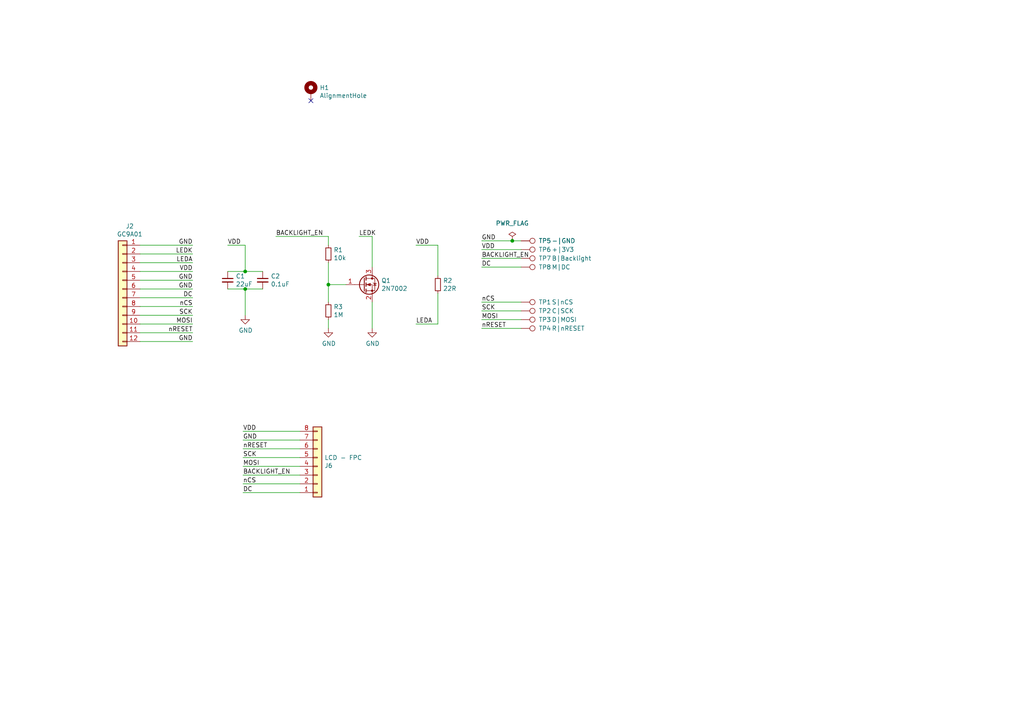
<source format=kicad_sch>
(kicad_sch (version 20230121) (generator eeschema)
  (paper "A4")
  (title_block (rev "${RELEASE_VERSION}") (comment 2 "${COMMIT_DATE_LONG}") (comment 3 "${COMMIT_HASH}"))
  (lib_symbols
    (symbol "Connector:TestPoint" (pin_numbers hide) (pin_names (offset 0.762) hide)
      (property "Reference" "TP" (at 0 6.858 0))
      (property "Value" "TestPoint" (at 0 5.08 0))
      (symbol "TestPoint_0_1"
        (circle (center 0 3.302) (radius 0.762))
      )
      (symbol "TestPoint_1_1"
        (pin passive line (at 0 0 90) (length 2.54) (name "1") (number "1"))
      )
    )
    (symbol "Connector_Generic:Conn_01x08" (pin_names (offset 1.016) hide)
      (property "Reference" "J" (at 0 10.16 0))
      (property "Value" "Conn_01x08" (at 0 -12.7 0))
      (symbol "Conn_01x08_1_1"
        (rectangle (start -1.27 -10.033) (end 0 -10.287) (stroke (width 0.1524)))
        (rectangle (start -1.27 -7.493) (end 0 -7.747) (stroke (width 0.1524)))
        (rectangle (start -1.27 -4.953) (end 0 -5.207) (stroke (width 0.1524)))
        (rectangle (start -1.27 -2.413) (end 0 -2.667) (stroke (width 0.1524)))
        (rectangle (start -1.27 0.127) (end 0 -0.127) (stroke (width 0.1524)))
        (rectangle (start -1.27 2.667) (end 0 2.413) (stroke (width 0.1524)))
        (rectangle (start -1.27 5.207) (end 0 4.953) (stroke (width 0.1524)))
        (rectangle (start -1.27 7.747) (end 0 7.493) (stroke (width 0.1524)))
        (rectangle (start -1.27 8.89) (end 1.27 -11.43) (stroke (width 0.254)) (fill (type background)))
        (pin passive line (at -5.08 7.62 0) (length 3.81) (name "Pin_1") (number "1"))
        (pin passive line (at -5.08 5.08 0) (length 3.81) (name "Pin_2") (number "2"))
        (pin passive line (at -5.08 2.54 0) (length 3.81) (name "Pin_3") (number "3"))
        (pin passive line (at -5.08 0 0) (length 3.81) (name "Pin_4") (number "4"))
        (pin passive line (at -5.08 -2.54 0) (length 3.81) (name "Pin_5") (number "5"))
        (pin passive line (at -5.08 -5.08 0) (length 3.81) (name "Pin_6") (number "6"))
        (pin passive line (at -5.08 -7.62 0) (length 3.81) (name "Pin_7") (number "7"))
        (pin passive line (at -5.08 -10.16 0) (length 3.81) (name "Pin_8") (number "8"))
      )
    )
    (symbol "Connector_Generic:Conn_01x12" (pin_names (offset 1.016) hide)
      (property "Reference" "J" (at 0 15.24 0))
      (property "Value" "Conn_01x12" (at 0 -17.78 0))
      (symbol "Conn_01x12_1_1"
        (rectangle (start -1.27 -15.113) (end 0 -15.367) (stroke (width 0.1524)))
        (rectangle (start -1.27 -12.573) (end 0 -12.827) (stroke (width 0.1524)))
        (rectangle (start -1.27 -10.033) (end 0 -10.287) (stroke (width 0.1524)))
        (rectangle (start -1.27 -7.493) (end 0 -7.747) (stroke (width 0.1524)))
        (rectangle (start -1.27 -4.953) (end 0 -5.207) (stroke (width 0.1524)))
        (rectangle (start -1.27 -2.413) (end 0 -2.667) (stroke (width 0.1524)))
        (rectangle (start -1.27 0.127) (end 0 -0.127) (stroke (width 0.1524)))
        (rectangle (start -1.27 2.667) (end 0 2.413) (stroke (width 0.1524)))
        (rectangle (start -1.27 5.207) (end 0 4.953) (stroke (width 0.1524)))
        (rectangle (start -1.27 7.747) (end 0 7.493) (stroke (width 0.1524)))
        (rectangle (start -1.27 10.287) (end 0 10.033) (stroke (width 0.1524)))
        (rectangle (start -1.27 12.827) (end 0 12.573) (stroke (width 0.1524)))
        (rectangle (start -1.27 13.97) (end 1.27 -16.51) (stroke (width 0.254)) (fill (type background)))
        (pin passive line (at -5.08 12.7 0) (length 3.81) (name "Pin_1") (number "1"))
        (pin passive line (at -5.08 -10.16 0) (length 3.81) (name "Pin_10") (number "10"))
        (pin passive line (at -5.08 -12.7 0) (length 3.81) (name "Pin_11") (number "11"))
        (pin passive line (at -5.08 -15.24 0) (length 3.81) (name "Pin_12") (number "12"))
        (pin passive line (at -5.08 10.16 0) (length 3.81) (name "Pin_2") (number "2"))
        (pin passive line (at -5.08 7.62 0) (length 3.81) (name "Pin_3") (number "3"))
        (pin passive line (at -5.08 5.08 0) (length 3.81) (name "Pin_4") (number "4"))
        (pin passive line (at -5.08 2.54 0) (length 3.81) (name "Pin_5") (number "5"))
        (pin passive line (at -5.08 0 0) (length 3.81) (name "Pin_6") (number "6"))
        (pin passive line (at -5.08 -2.54 0) (length 3.81) (name "Pin_7") (number "7"))
        (pin passive line (at -5.08 -5.08 0) (length 3.81) (name "Pin_8") (number "8"))
        (pin passive line (at -5.08 -7.62 0) (length 3.81) (name "Pin_9") (number "9"))
      )
    )
    (symbol "Device:C_Small" (pin_numbers hide) (pin_names (offset 0.254) hide)
      (property "Reference" "C" (at 0.254 1.778 0))
      (property "Value" "C_Small" (at 0.254 -2.032 0))
      (symbol "C_Small_0_1"
        (polyline (pts (xy -1.524 -0.508) (xy 1.524 -0.508)) (stroke (width 0.3302)))
        (polyline (pts (xy -1.524 0.508) (xy 1.524 0.508)) (stroke (width 0.3048)))
      )
      (symbol "C_Small_1_1"
        (pin passive line (at 0 2.54 270) (length 2.032) (name "~") (number "1"))
        (pin passive line (at 0 -2.54 90) (length 2.032) (name "~") (number "2"))
      )
    )
    (symbol "Device:R_Small" (pin_numbers hide) (pin_names (offset 0.254) hide)
      (property "Reference" "R" (at 0.762 0.508 0))
      (property "Value" "R_Small" (at 0.762 -1.016 0))
      (symbol "R_Small_0_1"
        (rectangle (start -0.762 1.778) (end 0.762 -1.778) (stroke (width 0.2032)))
      )
      (symbol "R_Small_1_1"
        (pin passive line (at 0 2.54 270) (length 0.762) (name "~") (number "1"))
        (pin passive line (at 0 -2.54 90) (length 0.762) (name "~") (number "2"))
      )
    )
    (symbol "Mechanical:MountingHole_Pad" (pin_numbers hide) (pin_names (offset 1.016) hide)
      (property "Reference" "H" (at 0 6.35 0))
      (property "Value" "MountingHole_Pad" (at 0 4.445 0))
      (symbol "MountingHole_Pad_0_1"
        (circle (center 0 1.27) (radius 1.27) (stroke (width 1.27)))
      )
      (symbol "MountingHole_Pad_1_1"
        (pin input line (at 0 -2.54 90) (length 2.54) (name "1") (number "1"))
      )
    )
    (symbol "Transistor_FET:2N7002" (pin_names hide)
      (property "Reference" "Q" (at 5.08 1.905 0))
      (property "Value" "2N7002" (at 5.08 0 0))
      (symbol "2N7002_0_1"
        (polyline (pts (xy 0.254 0) (xy -2.54 0)))
        (polyline (pts (xy 0.254 1.905) (xy 0.254 -1.905)) (stroke (width 0.254)))
        (polyline (pts (xy 0.762 -1.27) (xy 0.762 -2.286)) (stroke (width 0.254)))
        (polyline (pts (xy 0.762 0.508) (xy 0.762 -0.508)) (stroke (width 0.254)))
        (polyline (pts (xy 0.762 2.286) (xy 0.762 1.27)) (stroke (width 0.254)))
        (polyline (pts (xy 2.54 2.54) (xy 2.54 1.778)))
        (polyline (pts (xy 2.54 -2.54) (xy 2.54 0) (xy 0.762 0)))
        (polyline (pts (xy 0.762 -1.778) (xy 3.302 -1.778) (xy 3.302 1.778) (xy 0.762 1.778)))
        (polyline (pts (xy 1.016 0) (xy 2.032 0.381) (xy 2.032 -0.381) (xy 1.016 0)) (fill (type outline)))
        (polyline (pts (xy 2.794 0.508) (xy 2.921 0.381) (xy 3.683 0.381) (xy 3.81 0.254)))
        (polyline (pts (xy 3.302 0.381) (xy 2.921 -0.254) (xy 3.683 -0.254) (xy 3.302 0.381)))
        (circle (center 1.651 0) (radius 2.794) (stroke (width 0.254)))
        (circle (center 2.54 -1.778) (radius 0.254) (fill (type outline)))
        (circle (center 2.54 1.778) (radius 0.254) (fill (type outline)))
      )
      (symbol "2N7002_1_1"
        (pin input line (at -5.08 0 0) (length 2.54) (name "G") (number "1"))
        (pin passive line (at 2.54 -5.08 90) (length 2.54) (name "S") (number "2"))
        (pin passive line (at 2.54 5.08 270) (length 2.54) (name "D") (number "3"))
      )
    )
    (symbol "power:GND" (power) (pin_names (offset 0))
      (property "Value" "GND" (at 0 -3.81 0))
      (symbol "GND_0_1"
        (polyline (pts (xy 0 0) (xy 0 -1.27) (xy 1.27 -1.27) (xy 0 -2.54) (xy -1.27 -1.27) (xy 0 -1.27)))
      )
      (symbol "GND_1_1"
        (pin power_in line (at 0 0 270) (length 0) hide (name "GND") (number "1"))
      )
    )
    (symbol "power:PWR_FLAG" (power) (pin_numbers hide) (pin_names (offset 0) hide)
      (property "Value" "PWR_FLAG" (at 0 3.81 0))
      (symbol "PWR_FLAG_0_0"
        (pin power_out line (at 0 0 90) (length 0) (name "pwr") (number "1"))
      )
      (symbol "PWR_FLAG_0_1"
        (polyline (pts (xy 0 0) (xy 0 1.27) (xy -1.016 1.905) (xy 0 2.54) (xy 1.016 1.905) (xy 0 1.27)))
      )
    )
  )
  (junction (at 71.12 78.74))
  (junction (at 95.25 82.55))
  (junction (at 71.12 83.82))
  (junction (at 148.59 69.85))
  (no_connect (at 90.17 29.21))
  (wire (pts (xy 151.13 92.71) (xy 139.7 92.71)))
  (wire (pts (xy 71.12 83.82) (xy 66.04 83.82)))
  (wire (pts (xy 151.13 72.39) (xy 139.7 72.39)))
  (wire (pts (xy 70.485 142.875) (xy 86.995 142.875)))
  (wire (pts (xy 66.04 78.74) (xy 71.12 78.74)))
  (wire (pts (xy 40.64 71.12) (xy 55.88 71.12)))
  (wire (pts (xy 71.12 83.82) (xy 71.12 91.44)))
  (wire (pts (xy 40.64 91.44) (xy 55.88 91.44)))
  (wire (pts (xy 40.64 93.98) (xy 55.88 93.98)))
  (wire (pts (xy 151.13 90.17) (xy 139.7 90.17)))
  (wire (pts (xy 71.12 78.74) (xy 71.12 71.12)))
  (wire (pts (xy 151.13 74.93) (xy 139.7 74.93)))
  (wire (pts (xy 86.995 140.335) (xy 70.485 140.335)))
  (wire (pts (xy 148.59 69.85) (xy 139.7 69.85)))
  (wire (pts (xy 86.995 130.175) (xy 70.485 130.175)))
  (wire (pts (xy 95.25 68.58) (xy 95.25 71.12)))
  (wire (pts (xy 151.13 95.25) (xy 139.7 95.25)))
  (wire (pts (xy 151.13 87.63) (xy 139.7 87.63)))
  (wire (pts (xy 40.64 73.66) (xy 55.88 73.66)))
  (wire (pts (xy 100.33 82.55) (xy 95.25 82.55)))
  (wire (pts (xy 40.64 78.74) (xy 55.88 78.74)))
  (wire (pts (xy 71.12 78.74) (xy 76.2 78.74)))
  (wire (pts (xy 151.13 69.85) (xy 148.59 69.85)))
  (wire (pts (xy 70.485 125.095) (xy 86.995 125.095)))
  (wire (pts (xy 40.64 83.82) (xy 55.88 83.82)))
  (wire (pts (xy 40.64 86.36) (xy 55.88 86.36)))
  (wire (pts (xy 40.64 96.52) (xy 55.88 96.52)))
  (wire (pts (xy 127 80.01) (xy 127 71.12)))
  (wire (pts (xy 95.25 76.2) (xy 95.25 82.55)))
  (wire (pts (xy 70.485 127.635) (xy 86.995 127.635)))
  (wire (pts (xy 151.13 77.47) (xy 139.7 77.47)))
  (wire (pts (xy 71.12 71.12) (xy 66.04 71.12)))
  (wire (pts (xy 127 93.98) (xy 127 85.09)))
  (wire (pts (xy 76.2 83.82) (xy 71.12 83.82)))
  (wire (pts (xy 95.25 82.55) (xy 95.25 87.63)))
  (wire (pts (xy 80.01 68.58) (xy 95.25 68.58)))
  (wire (pts (xy 107.95 68.58) (xy 104.14 68.58)))
  (wire (pts (xy 40.64 99.06) (xy 55.88 99.06)))
  (wire (pts (xy 40.64 81.28) (xy 55.88 81.28)))
  (wire (pts (xy 70.485 137.795) (xy 86.995 137.795)))
  (wire (pts (xy 107.95 87.63) (xy 107.95 95.25)))
  (wire (pts (xy 107.95 77.47) (xy 107.95 68.58)))
  (wire (pts (xy 120.65 93.98) (xy 127 93.98)))
  (wire (pts (xy 86.995 135.255) (xy 70.485 135.255)))
  (wire (pts (xy 95.25 95.25) (xy 95.25 92.71)))
  (wire (pts (xy 70.485 132.715) (xy 86.995 132.715)))
  (wire (pts (xy 40.64 88.9) (xy 55.88 88.9)))
  (wire (pts (xy 127 71.12) (xy 120.65 71.12)))
  (wire (pts (xy 40.64 76.2) (xy 55.88 76.2)))
  (label "BACKLIGHT_EN" (at 80.01 68.58 0))
  (label "MOSI" (at 139.7 92.71 0))
  (label "GND" (at 55.88 81.28 180))
  (label "VDD" (at 139.7 72.39 0))
  (label "VDD" (at 120.65 71.12 0))
  (label "DC" (at 55.88 86.36 180))
  (label "nRESET" (at 55.88 96.52 180))
  (label "LEDK" (at 104.14 68.58 0))
  (label "nCS" (at 70.485 140.335 0))
  (label "DC" (at 139.7 77.47 0))
  (label "LEDA" (at 55.88 76.2 180))
  (label "GND" (at 55.88 99.06 180))
  (label "MOSI" (at 55.88 93.98 180))
  (label "SCK" (at 70.485 132.715 0))
  (label "VDD" (at 66.04 71.12 0))
  (label "GND" (at 55.88 83.82 180))
  (label "GND" (at 139.7 69.85 0))
  (label "BACKLIGHT_EN" (at 139.7 74.93 0))
  (label "BACKLIGHT_EN" (at 70.485 137.795 0))
  (label "nCS" (at 139.7 87.63 0))
  (label "LEDK" (at 55.88 73.66 180))
  (label "SCK" (at 55.88 91.44 180))
  (label "VDD" (at 70.485 125.095 0))
  (label "GND" (at 70.485 127.635 0))
  (label "VDD" (at 55.88 78.74 180))
  (label "DC" (at 70.485 142.875 0))
  (label "MOSI" (at 70.485 135.255 0))
  (label "LEDA" (at 120.65 93.98 0))
  (label "SCK" (at 139.7 90.17 0))
  (label "nRESET" (at 139.7 95.25 0))
  (label "nCS" (at 55.88 88.9 180))
  (label "nRESET" (at 70.485 130.175 0))
  (label "GND" (at 55.88 71.12 180))
  (symbol (lib_id "Mechanical:MountingHole_Pad") (at 90.17 26.67 0) (unit 1)
    (property "Reference" "H1" (at 92.71 25.4254 0) (effects (justify left)))
    (property "Value" "AlignmentHole" (at 92.71 27.7368 0) (effects (justify left)))
    (property "Footprint" "Holes:AlignmentHole_1.6" (effects hide))
  )
  (symbol (lib_id "Connector_Generic:Conn_01x12") (at 35.56 83.82 0) (mirror y) (unit 1)
    (property "Reference" "J2" (at 37.6428 65.6082 0))
    (property "Value" "GC9A01" (at 37.6428 67.9196 0))
    (property "Footprint" "LCD_GC9A01:GC9A01Round1.28" (effects hide))
    (property "AliExpress" "https://www.aliexpress.com/item/1005001321857930.html" (effects hide))
    (property "Digikey" "N/A" (effects hide))
    (property "LCSC" "N/A" (effects hide))
    (property "Mouser" "N/A" (effects hide))
  )
  (symbol (lib_id "Transistor_FET:2N7002") (at 105.41 82.55 0) (unit 1)
    (property "Reference" "Q1" (at 110.5916 81.3816 0) (effects (justify left)))
    (property "Value" "2N7002" (at 110.5916 83.693 0) (effects (justify left)))
    (property "Footprint" "Package_TO_SOT_SMD:SOT-23" (effects hide))
    (property "Datasheet" "https://www.onsemi.com/pub/Collateral/NDS7002A-D.PDF" (effects hide))
    (property "Digikey" "2N7002H6327XTSA2CT-ND" (effects hide))
    (property "LCSC" "2N7002" (effects hide))
    (property "Mouser" "771-2N7002NXAKR" (effects hide))
  )
  (symbol (lib_id "power:GND") (at 107.95 95.25 0) (unit 1)
    (property "Reference" "#PWR03" (effects hide))
    (property "Value" "GND" (at 108.077 99.6442 0))
  )
  (symbol (lib_id "power:GND") (at 95.25 95.25 0) (unit 1)
    (property "Reference" "#PWR02" (effects hide))
    (property "Value" "GND" (at 95.377 99.6442 0))
  )
  (symbol (lib_id "Device:R_Small") (at 95.25 90.17 0) (unit 1)
    (property "Reference" "R3" (at 96.7486 89.0016 0) (effects (justify left)))
    (property "Value" "1M" (at 96.7486 91.313 0) (effects (justify left)))
    (property "Footprint" "Resistor_SMD:R_0603_1608Metric" (effects hide))
    (property "Digikey" "RMCF0603JT1M00CT-ND" (effects hide))
    (property "Mouser" "652-CR0603FX-1004ELF" (effects hide))
  )
  (symbol (lib_id "Device:R_Small") (at 95.25 73.66 0) (unit 1)
    (property "Reference" "R1" (at 96.7486 72.4916 0) (effects (justify left)))
    (property "Value" "10k" (at 96.7486 74.803 0) (effects (justify left)))
    (property "Footprint" "Resistor_SMD:R_0603_1608Metric" (effects hide))
    (property "Digikey" "RMCF0603JT10K0CT-ND" (effects hide))
    (property "LCSC" "C98220" (effects hide))
    (property "Mouser" "652-CR0603FX-1002ELF" (effects hide))
  )
  (symbol (lib_id "Device:C_Small") (at 66.04 81.28 0) (unit 1)
    (property "Reference" "C1" (at 68.3768 80.1116 0) (effects (justify left)))
    (property "Value" "22uF" (at 68.3768 82.423 0) (effects (justify left)))
    (property "Footprint" "Capacitor_SMD:C_0603_1608Metric" (effects hide))
    (property "Digikey" "1276-CL21A226MAYNNNECT-ND" (effects hide))
    (property "LCSC" "C98190" (effects hide))
    (property "Mouser" "187-CL21A226MAYNNNE" (effects hide))
  )
  (symbol (lib_id "power:GND") (at 71.12 91.44 0) (unit 1)
    (property "Reference" "#PWR01" (effects hide))
    (property "Value" "GND" (at 71.247 95.8342 0))
  )
  (symbol (lib_id "Device:R_Small") (at 127 82.55 0) (unit 1)
    (property "Reference" "R2" (at 128.4986 81.3816 0) (effects (justify left)))
    (property "Value" "22R" (at 128.4986 83.693 0) (effects (justify left)))
    (property "Footprint" "Resistor_SMD:R_0603_1608Metric" (effects hide))
    (property "Digikey" "RMCF0603JT22R0CT-ND" (effects hide))
    (property "Mouser" "652-CR0603FX-22R0ELF" (effects hide))
  )
  (symbol (lib_id "Device:C_Small") (at 76.2 81.28 0) (unit 1)
    (property "Reference" "C2" (at 78.5368 80.1116 0) (effects (justify left)))
    (property "Value" "0.1uF" (at 78.5368 82.423 0) (effects (justify left)))
    (property "Footprint" "Capacitor_SMD:C_0603_1608Metric" (effects hide))
    (property "Digikey" "1276-1935-1-ND" (effects hide))
    (property "LCSC" "C1591" (effects hide))
    (property "Mouser" "187-CL10B104KB8NNWC" (effects hide))
  )
  (symbol (lib_id "Connector:TestPoint") (at 151.13 90.17 270) (unit 1)
    (property "Reference" "TP2" (at 156.21 90.17 90) (effects (justify left)))
    (property "Value" "C|SCK" (at 160.02 90.17 90) (effects (justify left)))
    (property "Footprint" "view_custom:test_point_connectivity" (effects hide))
  )
  (symbol (lib_id "Connector:TestPoint") (at 151.13 77.47 270) (unit 1)
    (property "Reference" "TP8" (at 156.21 77.47 90) (effects (justify left)))
    (property "Value" "M|DC" (at 160.02 77.47 90) (effects (justify left)))
    (property "Footprint" "view_custom:test_point_connectivity" (effects hide))
  )
  (symbol (lib_id "Connector_Generic:Conn_01x08") (at 92.075 135.255 0) (mirror x) (unit 1)
    (property "Reference" "J6" (at 94.107 135.0518 0) (effects (justify left)))
    (property "Value" "LCD - FPC" (at 94.107 132.7404 0) (effects (justify left)))
    (property "Footprint" "screen_connector:Amphenol FCI FPC 8 pin 0.5 pitch" (effects hide))
    (property "Mouser" "649-59453081110EDHLF" (effects hide))
  )
  (symbol (lib_id "Connector:TestPoint") (at 151.13 92.71 270) (unit 1)
    (property "Reference" "TP3" (at 156.21 92.71 90) (effects (justify left)))
    (property "Value" "D|MOSI" (at 160.02 92.71 90) (effects (justify left)))
    (property "Footprint" "view_custom:test_point_connectivity" (effects hide))
  )
  (symbol (lib_id "power:PWR_FLAG") (at 148.59 69.85 0) (unit 1)
    (property "Reference" "#FLG0101" (effects hide))
    (property "Value" "PWR_FLAG" (at 148.59 64.77 0))
  )
  (symbol (lib_id "Connector:TestPoint") (at 151.13 72.39 270) (unit 1)
    (property "Reference" "TP6" (at 156.21 72.39 90) (effects (justify left)))
    (property "Value" "+|3V3" (at 160.02 72.39 90) (effects (justify left)))
    (property "Footprint" "view_custom:test_point_connectivity" (effects hide))
  )
  (symbol (lib_id "Connector:TestPoint") (at 151.13 69.85 270) (unit 1)
    (property "Reference" "TP5" (at 156.21 69.85 90) (effects (justify left)))
    (property "Value" "-|GND" (at 160.02 69.85 90) (effects (justify left)))
    (property "Footprint" "view_custom:test_point_connectivity" (effects hide))
  )
  (symbol (lib_id "Connector:TestPoint") (at 151.13 95.25 270) (unit 1)
    (property "Reference" "TP4" (at 156.21 95.25 90) (effects (justify left)))
    (property "Value" "R|nRESET" (at 160.02 95.25 90) (effects (justify left)))
    (property "Footprint" "view_custom:test_point_connectivity" (effects hide))
  )
  (symbol (lib_id "Connector:TestPoint") (at 151.13 74.93 270) (unit 1)
    (property "Reference" "TP7" (at 156.21 74.93 90) (effects (justify left)))
    (property "Value" "B|Backlight" (at 160.02 74.93 90) (effects (justify left)))
    (property "Footprint" "view_custom:test_point_connectivity" (effects hide))
  )
  (symbol (lib_id "Connector:TestPoint") (at 151.13 87.63 270) (unit 1)
    (property "Reference" "TP1" (at 156.21 87.63 90) (effects (justify left)))
    (property "Value" "S|nCS" (at 160.02 87.63 90) (effects (justify left)))
    (property "Footprint" "view_custom:test_point_connectivity" (effects hide))
  )
)
</source>
